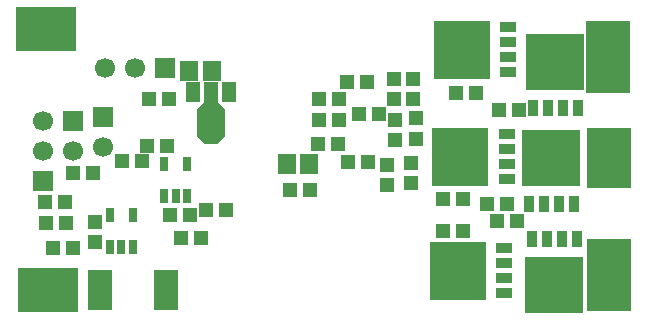
<source format=gbs>
G04 DipTrace 3.0.0.2*
G04 gd32f350withholtekregSHUNT.GBS*
%MOIN*%
G04 #@! TF.FileFunction,Soldermask,Bot*
G04 #@! TF.Part,Single*
%AMOUTLINE1*
4,1,10,
0.023622,0.104331,
0.023622,0.035095,
0.047244,0.011473,
0.047244,-0.078402,
0.021316,-0.104331,
-0.021316,-0.104331,
-0.047244,-0.078402,
-0.047244,0.011473,
-0.023622,0.035095,
-0.023622,0.104331,
0.023622,0.104331,
0*%
%ADD58R,0.047244X0.066929*%
%ADD59R,0.031496X0.051181*%
%ADD63R,0.07874X0.133858*%
%ADD67R,0.188976X0.192913*%
%ADD69R,0.05315X0.035433*%
%ADD71R,0.192913X0.188976*%
%ADD73R,0.035433X0.05315*%
%ADD77R,0.204724X0.145669*%
%ADD81R,0.145669X0.204724*%
%ADD83R,0.145669X0.244094*%
%ADD87C,0.066929*%
%ADD89R,0.066929X0.066929*%
%ADD91R,0.059055X0.066929*%
%ADD93R,0.047244X0.051181*%
%ADD95R,0.051181X0.047244*%
%ADD102OUTLINE1*%
%FSLAX26Y26*%
G04*
G70*
G90*
G75*
G01*
G04 BotMask*
%LPD*%
D95*
X1122591Y767614D3*
X1055661D3*
X859227Y978398D3*
X926156D3*
X1039307Y673098D3*
X972378D3*
X1003999Y750188D3*
X937070D3*
X931896Y1136411D3*
X864967D3*
X1402429Y833841D3*
X1335500D3*
D91*
X1400572Y918579D3*
X1325769D3*
D95*
X1498255Y1135709D3*
X1431325D3*
X1497014Y987798D3*
X1430085D3*
X1497965Y1065419D3*
X1431035D3*
D89*
X920507Y1240371D3*
D87*
X820507D3*
X720507D3*
D89*
X713038Y1078318D3*
D87*
Y978318D3*
D89*
X513787Y864664D3*
D87*
Y964664D3*
Y1064664D3*
D89*
X613150Y1064722D3*
D87*
Y964722D3*
D83*
X2399924Y549583D3*
D81*
X2398480Y939961D3*
D83*
X2394883Y1275325D3*
D77*
X522860Y1369466D3*
X527517Y500243D3*
D73*
X2141839Y671037D3*
X2191839Y671017D3*
X2241839D3*
X2291839D3*
D71*
X2216839Y516677D3*
D73*
X2281819Y785024D3*
X2231819Y785043D3*
X2181819D3*
X2131819D3*
D71*
X2206819Y939383D3*
D73*
X2294870Y1106672D3*
X2244870Y1106692D3*
X2194870D3*
X2144870D3*
D71*
X2219870Y1261031D3*
D69*
X2063076Y1376322D3*
X2063056Y1326322D3*
Y1276322D3*
Y1226322D3*
D67*
X1908717Y1301322D3*
D69*
X2058255Y1019198D3*
X2058235Y969198D3*
Y919198D3*
Y869198D3*
D67*
X1903895Y944198D3*
D69*
X2048543Y638760D3*
X2048524Y588760D3*
Y538760D3*
Y488760D3*
D67*
X1894184Y563760D3*
D91*
X1074444Y1230760D3*
X999640D3*
D93*
X1746211Y1137398D3*
Y1204327D3*
X1754920Y1004934D3*
Y1071864D3*
X1739178Y856378D3*
Y923307D3*
X1682197Y1135169D3*
Y1202098D3*
X1686058Y998429D3*
Y1065358D3*
X1659412Y849358D3*
Y916287D3*
D95*
X1593726Y1192739D3*
X1526797D3*
X1631241Y1085358D3*
X1564312D3*
X1594953Y926228D3*
X1528024D3*
X1912675Y696047D3*
X1845745D3*
X1913026Y803864D3*
X1846097D3*
X1955400Y1155247D3*
X1888471D3*
X2092774Y730790D3*
X2025845D3*
X588571Y723475D3*
X521642D3*
X585631Y794849D3*
X518702D3*
X2060343Y787894D3*
X1993413D3*
X2099005Y1098756D3*
X2032076D3*
X612870Y891442D3*
X679799D3*
X546765Y638698D3*
X613694D3*
D93*
X686362Y725550D3*
Y658621D3*
D95*
X843362Y929013D3*
X776433D3*
D63*
X701325Y500161D3*
X921798D3*
D59*
X992189Y814761D3*
X954787D3*
X917386D3*
Y921060D3*
X992189D3*
X811311Y643423D3*
X773909D3*
X736508D3*
Y749722D3*
X811311D3*
D58*
X1014119Y1160537D3*
D102*
X1073175Y1089671D3*
D58*
X1132230Y1160537D3*
M02*

</source>
